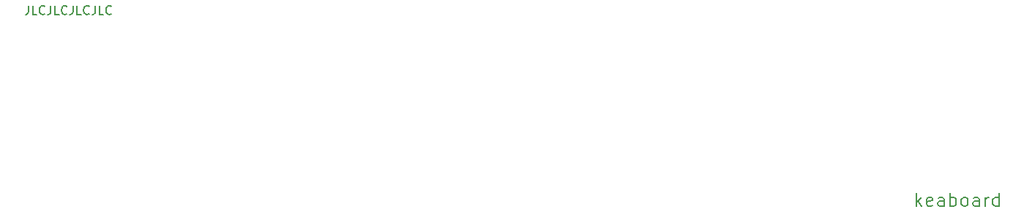
<source format=gbr>
%TF.GenerationSoftware,KiCad,Pcbnew,5.1.6-c6e7f7d~87~ubuntu20.04.1*%
%TF.CreationDate,2020-08-25T07:18:55-05:00*%
%TF.ProjectId,TopPlate,546f7050-6c61-4746-952e-6b696361645f,rev?*%
%TF.SameCoordinates,Original*%
%TF.FileFunction,Legend,Top*%
%TF.FilePolarity,Positive*%
%FSLAX46Y46*%
G04 Gerber Fmt 4.6, Leading zero omitted, Abs format (unit mm)*
G04 Created by KiCad (PCBNEW 5.1.6-c6e7f7d~87~ubuntu20.04.1) date 2020-08-25 07:18:55*
%MOMM*%
%LPD*%
G01*
G04 APERTURE LIST*
%ADD10C,0.200000*%
G04 APERTURE END LIST*
D10*
X68913952Y-57999380D02*
X68913952Y-58713666D01*
X68866333Y-58856523D01*
X68771095Y-58951761D01*
X68628238Y-58999380D01*
X68533000Y-58999380D01*
X69866333Y-58999380D02*
X69390142Y-58999380D01*
X69390142Y-57999380D01*
X70771095Y-58904142D02*
X70723476Y-58951761D01*
X70580619Y-58999380D01*
X70485380Y-58999380D01*
X70342523Y-58951761D01*
X70247285Y-58856523D01*
X70199666Y-58761285D01*
X70152047Y-58570809D01*
X70152047Y-58427952D01*
X70199666Y-58237476D01*
X70247285Y-58142238D01*
X70342523Y-58047000D01*
X70485380Y-57999380D01*
X70580619Y-57999380D01*
X70723476Y-58047000D01*
X70771095Y-58094619D01*
X71485380Y-57999380D02*
X71485380Y-58713666D01*
X71437761Y-58856523D01*
X71342523Y-58951761D01*
X71199666Y-58999380D01*
X71104428Y-58999380D01*
X72437761Y-58999380D02*
X71961571Y-58999380D01*
X71961571Y-57999380D01*
X73342523Y-58904142D02*
X73294904Y-58951761D01*
X73152047Y-58999380D01*
X73056809Y-58999380D01*
X72913952Y-58951761D01*
X72818714Y-58856523D01*
X72771095Y-58761285D01*
X72723476Y-58570809D01*
X72723476Y-58427952D01*
X72771095Y-58237476D01*
X72818714Y-58142238D01*
X72913952Y-58047000D01*
X73056809Y-57999380D01*
X73152047Y-57999380D01*
X73294904Y-58047000D01*
X73342523Y-58094619D01*
X74056809Y-57999380D02*
X74056809Y-58713666D01*
X74009190Y-58856523D01*
X73913952Y-58951761D01*
X73771095Y-58999380D01*
X73675857Y-58999380D01*
X75009190Y-58999380D02*
X74533000Y-58999380D01*
X74533000Y-57999380D01*
X75913952Y-58904142D02*
X75866333Y-58951761D01*
X75723476Y-58999380D01*
X75628238Y-58999380D01*
X75485380Y-58951761D01*
X75390142Y-58856523D01*
X75342523Y-58761285D01*
X75294904Y-58570809D01*
X75294904Y-58427952D01*
X75342523Y-58237476D01*
X75390142Y-58142238D01*
X75485380Y-58047000D01*
X75628238Y-57999380D01*
X75723476Y-57999380D01*
X75866333Y-58047000D01*
X75913952Y-58094619D01*
X76628238Y-57999380D02*
X76628238Y-58713666D01*
X76580619Y-58856523D01*
X76485380Y-58951761D01*
X76342523Y-58999380D01*
X76247285Y-58999380D01*
X77580619Y-58999380D02*
X77104428Y-58999380D01*
X77104428Y-57999380D01*
X78485380Y-58904142D02*
X78437761Y-58951761D01*
X78294904Y-58999380D01*
X78199666Y-58999380D01*
X78056809Y-58951761D01*
X77961571Y-58856523D01*
X77913952Y-58761285D01*
X77866333Y-58570809D01*
X77866333Y-58427952D01*
X77913952Y-58237476D01*
X77961571Y-58142238D01*
X78056809Y-58047000D01*
X78199666Y-57999380D01*
X78294904Y-57999380D01*
X78437761Y-58047000D01*
X78485380Y-58094619D01*
X171653000Y-81196571D02*
X171653000Y-79696571D01*
X171795857Y-80625142D02*
X172224428Y-81196571D01*
X172224428Y-80196571D02*
X171653000Y-80768000D01*
X173438714Y-81125142D02*
X173295857Y-81196571D01*
X173010142Y-81196571D01*
X172867285Y-81125142D01*
X172795857Y-80982285D01*
X172795857Y-80410857D01*
X172867285Y-80268000D01*
X173010142Y-80196571D01*
X173295857Y-80196571D01*
X173438714Y-80268000D01*
X173510142Y-80410857D01*
X173510142Y-80553714D01*
X172795857Y-80696571D01*
X174795857Y-81196571D02*
X174795857Y-80410857D01*
X174724428Y-80268000D01*
X174581571Y-80196571D01*
X174295857Y-80196571D01*
X174153000Y-80268000D01*
X174795857Y-81125142D02*
X174653000Y-81196571D01*
X174295857Y-81196571D01*
X174153000Y-81125142D01*
X174081571Y-80982285D01*
X174081571Y-80839428D01*
X174153000Y-80696571D01*
X174295857Y-80625142D01*
X174653000Y-80625142D01*
X174795857Y-80553714D01*
X175510142Y-81196571D02*
X175510142Y-79696571D01*
X175510142Y-80268000D02*
X175653000Y-80196571D01*
X175938714Y-80196571D01*
X176081571Y-80268000D01*
X176153000Y-80339428D01*
X176224428Y-80482285D01*
X176224428Y-80910857D01*
X176153000Y-81053714D01*
X176081571Y-81125142D01*
X175938714Y-81196571D01*
X175653000Y-81196571D01*
X175510142Y-81125142D01*
X177081571Y-81196571D02*
X176938714Y-81125142D01*
X176867285Y-81053714D01*
X176795857Y-80910857D01*
X176795857Y-80482285D01*
X176867285Y-80339428D01*
X176938714Y-80268000D01*
X177081571Y-80196571D01*
X177295857Y-80196571D01*
X177438714Y-80268000D01*
X177510142Y-80339428D01*
X177581571Y-80482285D01*
X177581571Y-80910857D01*
X177510142Y-81053714D01*
X177438714Y-81125142D01*
X177295857Y-81196571D01*
X177081571Y-81196571D01*
X178867285Y-81196571D02*
X178867285Y-80410857D01*
X178795857Y-80268000D01*
X178653000Y-80196571D01*
X178367285Y-80196571D01*
X178224428Y-80268000D01*
X178867285Y-81125142D02*
X178724428Y-81196571D01*
X178367285Y-81196571D01*
X178224428Y-81125142D01*
X178153000Y-80982285D01*
X178153000Y-80839428D01*
X178224428Y-80696571D01*
X178367285Y-80625142D01*
X178724428Y-80625142D01*
X178867285Y-80553714D01*
X179581571Y-81196571D02*
X179581571Y-80196571D01*
X179581571Y-80482285D02*
X179653000Y-80339428D01*
X179724428Y-80268000D01*
X179867285Y-80196571D01*
X180010142Y-80196571D01*
X181153000Y-81196571D02*
X181153000Y-79696571D01*
X181153000Y-81125142D02*
X181010142Y-81196571D01*
X180724428Y-81196571D01*
X180581571Y-81125142D01*
X180510142Y-81053714D01*
X180438714Y-80910857D01*
X180438714Y-80482285D01*
X180510142Y-80339428D01*
X180581571Y-80268000D01*
X180724428Y-80196571D01*
X181010142Y-80196571D01*
X181153000Y-80268000D01*
M02*

</source>
